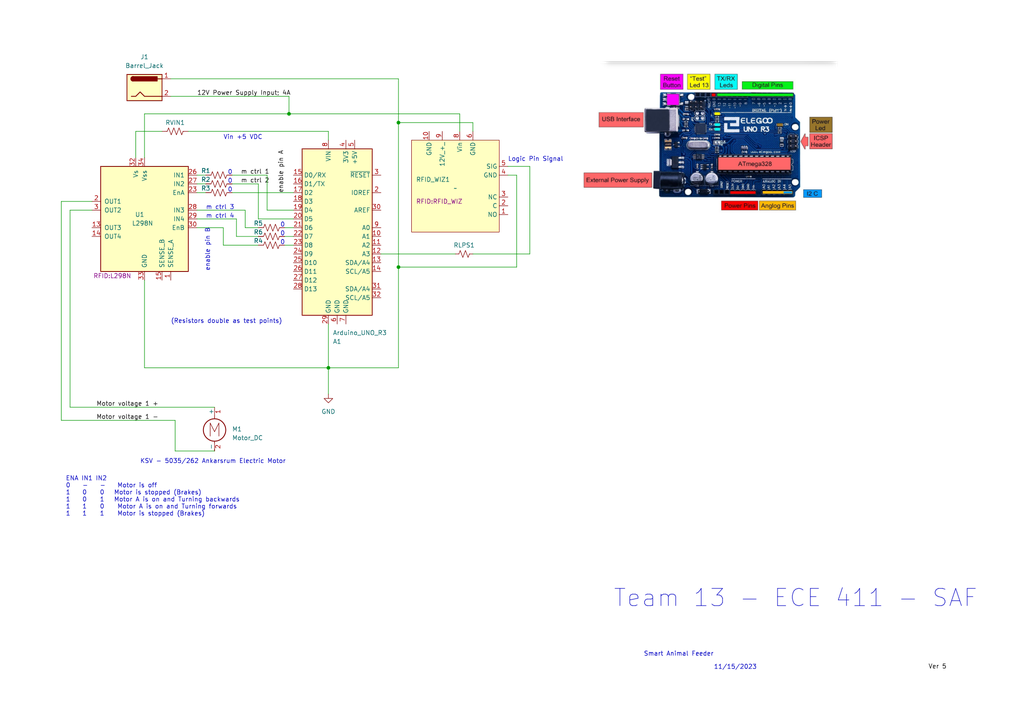
<source format=kicad_sch>
(kicad_sch (version 20230121) (generator eeschema)
  (paper "A4")
  (lib_symbols
    (symbol "Connector:Barrel_Jack" (pin_names (offset 1.016))
      (property "Reference" "J" (at 0 5.334 0))
      (property "Value" "Barrel_Jack" (at 0 -5.08 0))
      (symbol "Barrel_Jack_0_1"
        (rectangle (start -5.08 3.81) (end 5.08 -3.81) (stroke (width 0.254)) (fill (type background)))
        (arc (start -3.302 3.175) (mid -3.9343 2.54) (end -3.302 1.905) (stroke (width 0.254)))
        (arc (start -3.302 3.175) (mid -3.9343 2.54) (end -3.302 1.905) (stroke (width 0.254)) (fill (type outline)))
        (polyline (pts (xy 5.08 2.54) (xy 3.81 2.54)) (stroke (width 0.254)))
        (polyline (pts (xy -3.81 -2.54) (xy -2.54 -2.54) (xy -1.27 -1.27) (xy 0 -2.54) (xy 2.54 -2.54) (xy 5.08 -2.54)) (stroke (width 0.254)))
        (rectangle (start 3.683 3.175) (end -3.302 1.905) (stroke (width 0.254)) (fill (type outline)))
      )
      (symbol "Barrel_Jack_1_1"
        (pin passive line (at 7.62 2.54 180) (length 2.54) (name "~") (number "1"))
        (pin passive line (at 7.62 -2.54 180) (length 2.54) (name "~") (number "2"))
      )
    )
    (symbol "Device:R_Small_US" (pin_numbers hide) (pin_names (offset 0.254) hide)
      (property "Reference" "R" (at 0.762 0.508 0))
      (property "Value" "R_Small_US" (at 0.762 -1.016 0))
      (symbol "R_Small_US_1_1"
        (polyline (pts (xy 0 0) (xy 1.016 -0.381) (xy 0 -0.762) (xy -1.016 -1.143) (xy 0 -1.524)))
        (polyline (pts (xy 0 1.524) (xy 1.016 1.143) (xy 0 0.762) (xy -1.016 0.381) (xy 0 0)))
        (pin passive line (at 0 2.54 270) (length 1.016) (name "~") (number "1"))
        (pin passive line (at 0 -2.54 90) (length 1.016) (name "~") (number "2"))
      )
    )
    (symbol "Device:R_US" (pin_numbers hide) (pin_names (offset 0))
      (property "Reference" "R" (at 2.54 0 90))
      (property "Value" "R_US" (at -2.54 0 90))
      (symbol "R_US_0_1"
        (polyline (pts (xy 0 -2.286) (xy 0 -2.54)))
        (polyline (pts (xy 0 2.286) (xy 0 2.54)))
        (polyline (pts (xy 0 -0.762) (xy 1.016 -1.143) (xy 0 -1.524) (xy -1.016 -1.905) (xy 0 -2.286)))
        (polyline (pts (xy 0 0.762) (xy 1.016 0.381) (xy 0 0) (xy -1.016 -0.381) (xy 0 -0.762)))
        (polyline (pts (xy 0 2.286) (xy 1.016 1.905) (xy 0 1.524) (xy -1.016 1.143) (xy 0 0.762)))
      )
      (symbol "R_US_1_1"
        (pin passive line (at 0 3.81 270) (length 1.27) (name "~") (number "1"))
        (pin passive line (at 0 -3.81 90) (length 1.27) (name "~") (number "2"))
      )
    )
    (symbol "Driver_Motor:L298N" (pin_names (offset 1.016))
      (property "Reference" "U1" (at 0 1.27 0))
      (property "Value" "L298N" (at -2.54 -1.27 0))
      (property "Footprint" "RFID:L298N" (at 1.27 -16.51 0))
      (symbol "L298N_0_1"
        (rectangle (start -12.7 15.24) (end 12.7 -15.24) (stroke (width 0.254)) (fill (type background)))
      )
      (symbol "L298N_1_1"
        (pin power_in line (at -7.62 -17.78 90) (length 2.54) (name "SENSE_A") (number "1"))
        (pin output line (at 15.24 -2.54 180) (length 2.54) (name "OUT3") (number "13"))
        (pin output line (at 15.24 -5.08 180) (length 2.54) (name "OUT4") (number "14"))
        (pin power_in line (at -5.08 -17.78 90) (length 2.54) (name "SENSE_B") (number "15"))
        (pin output line (at 15.24 5.08 180) (length 2.54) (name "OUT1") (number "2"))
        (pin input line (at -15.24 7.62 0) (length 2.54) (name "EnA") (number "23"))
        (pin input line (at -15.24 12.7 0) (length 2.54) (name "IN1") (number "26"))
        (pin input line (at -15.24 10.16 0) (length 2.54) (name "IN2") (number "27"))
        (pin input line (at -15.24 2.54 0) (length 2.54) (name "IN3") (number "28"))
        (pin input line (at -15.24 0 0) (length 2.54) (name "IN4") (number "29"))
        (pin output line (at 15.24 2.54 180) (length 2.54) (name "OUT2") (number "3"))
        (pin input line (at -15.24 -2.54 0) (length 2.54) (name "EnB") (number "30"))
        (pin power_out line (at 2.54 17.78 270) (length 2.54) (name "Vs") (number "32"))
        (pin bidirectional line (at 0 -17.78 90) (length 2.54) (name "GND") (number "33"))
        (pin power_in line (at 0 17.78 270) (length 2.54) (name "Vss") (number "34"))
      )
    )
    (symbol "MCU_Module:Arduino_UNO_R3"
      (property "Reference" "A" (at -10.16 23.495 0))
      (property "Value" "Arduino_UNO_R3" (at 5.08 -26.67 0))
      (symbol "Arduino_UNO_R3_0_1"
        (rectangle (start -10.16 22.86) (end 10.16 -25.4) (stroke (width 0.254)) (fill (type background)))
      )
      (symbol "Arduino_UNO_R3_1_1"
        (pin no_connect line (at -10.16 -20.32 0) (length 2.54) hide (name "NC") (number "1"))
        (pin bidirectional line (at 12.7 -2.54 180) (length 2.54) (name "A1") (number "10"))
        (pin bidirectional line (at 12.7 -5.08 180) (length 2.54) (name "A2") (number "11"))
        (pin bidirectional line (at 12.7 -7.62 180) (length 2.54) (name "A3") (number "12"))
        (pin bidirectional line (at 12.7 -10.16 180) (length 2.54) (name "SDA/A4") (number "13"))
        (pin bidirectional line (at 12.7 -12.7 180) (length 2.54) (name "SCL/A5") (number "14"))
        (pin bidirectional line (at -12.7 15.24 0) (length 2.54) (name "D0/RX") (number "15"))
        (pin bidirectional line (at -12.7 12.7 0) (length 2.54) (name "D1/TX") (number "16"))
        (pin bidirectional line (at -12.7 10.16 0) (length 2.54) (name "D2") (number "17"))
        (pin bidirectional line (at -12.7 7.62 0) (length 2.54) (name "D3") (number "18"))
        (pin bidirectional line (at -12.7 5.08 0) (length 2.54) (name "D4") (number "19"))
        (pin output line (at 12.7 10.16 180) (length 2.54) (name "IOREF") (number "2"))
        (pin bidirectional line (at -12.7 2.54 0) (length 2.54) (name "D5") (number "20"))
        (pin bidirectional line (at -12.7 0 0) (length 2.54) (name "D6") (number "21"))
        (pin bidirectional line (at -12.7 -2.54 0) (length 2.54) (name "D7") (number "22"))
        (pin bidirectional line (at -12.7 -5.08 0) (length 2.54) (name "D8") (number "23"))
        (pin bidirectional line (at -12.7 -7.62 0) (length 2.54) (name "D9") (number "24"))
        (pin bidirectional line (at -12.7 -10.16 0) (length 2.54) (name "D10") (number "25"))
        (pin bidirectional line (at -12.7 -12.7 0) (length 2.54) (name "D11") (number "26"))
        (pin bidirectional line (at -12.7 -15.24 0) (length 2.54) (name "D12") (number "27"))
        (pin bidirectional line (at -12.7 -17.78 0) (length 2.54) (name "D13") (number "28"))
        (pin power_in line (at -2.54 -27.94 90) (length 2.54) (name "GND") (number "29"))
        (pin input line (at 12.7 15.24 180) (length 2.54) (name "~{RESET}") (number "3"))
        (pin input line (at 12.7 5.08 180) (length 2.54) (name "AREF") (number "30"))
        (pin bidirectional line (at 12.7 -17.78 180) (length 2.54) (name "SDA/A4") (number "31"))
        (pin bidirectional line (at 12.7 -20.32 180) (length 2.54) (name "SCL/A5") (number "32"))
        (pin power_out line (at 2.54 25.4 270) (length 2.54) (name "3V3") (number "4"))
        (pin power_out line (at 5.08 25.4 270) (length 2.54) (name "+5V") (number "5"))
        (pin power_in line (at 0 -27.94 90) (length 2.54) (name "GND") (number "6"))
        (pin power_in line (at 2.54 -27.94 90) (length 2.54) (name "GND") (number "7"))
        (pin power_in line (at -2.54 25.4 270) (length 2.54) (name "VIN") (number "8"))
        (pin bidirectional line (at 12.7 0 180) (length 2.54) (name "A0") (number "9"))
      )
    )
    (symbol "Motor:Motor_DC" (pin_names (offset 0))
      (property "Reference" "M" (at 2.54 2.54 0))
      (property "Value" "Motor_DC" (at 2.54 -5.08 0))
      (symbol "Motor_DC_0_0"
        (polyline (pts (xy -1.27 -3.302) (xy -1.27 0.508) (xy 0 -2.032) (xy 1.27 0.508) (xy 1.27 -3.302)))
      )
      (symbol "Motor_DC_0_1"
        (circle (center 0 -1.524) (radius 3.2512) (stroke (width 0.254)))
        (polyline (pts (xy 0 -7.62) (xy 0 -7.112)))
        (polyline (pts (xy 0 -4.7752) (xy 0 -5.1816)))
        (polyline (pts (xy 0 1.7272) (xy 0 2.0828)))
        (polyline (pts (xy 0 2.032) (xy 0 2.54)))
      )
      (symbol "Motor_DC_1_1"
        (pin passive line (at 0 5.08 270) (length 2.54) (name "+") (number "1"))
        (pin passive line (at 0 -7.62 90) (length 2.54) (name "-") (number "2"))
      )
    )
    (symbol "RFID_WIZ:RFID_WIZ"
      (property "Reference" "RFID_WIZ1" (at -11.43 2.54 0))
      (property "Value" "~" (at 0 0 0))
      (property "Footprint" "RFID:RFID_WIZ" (at -11.43 -3.81 0))
      (symbol "RFID_WIZ_1_1"
        (rectangle (start -12.7 13.97) (end 12.7 -12.7) (fill (type background)))
        (pin output line (at 15.24 -7.62 180) (length 2.54) (name "NO") (number "1"))
        (pin bidirectional line (at -7.62 16.51 270) (length 2.54) (name "GND") (number "10"))
        (pin output line (at 15.24 -5.08 180) (length 2.54) (name "C") (number "2"))
        (pin output line (at 15.24 -2.54 180) (length 2.54) (name "NC") (number "3"))
        (pin bidirectional line (at 15.24 3.81 180) (length 2.54) (name "GND") (number "4"))
        (pin output line (at 15.24 6.35 180) (length 2.54) (name "SIG") (number "5"))
        (pin output line (at 5.08 16.51 270) (length 2.54) (name "GND") (number "6"))
        (pin power_out line (at 1.27 16.51 270) (length 2.54) (name "Vin") (number "8"))
        (pin power_in line (at -3.81 16.51 270) (length 2.54) (name "12V_+_") (number "9"))
      )
    )
    (symbol "power:GND" (power) (pin_names (offset 0))
      (property "Value" "GND" (at 0 -3.81 0))
      (symbol "GND_0_1"
        (polyline (pts (xy 0 0) (xy 0 -1.27) (xy 1.27 -1.27) (xy 0 -2.54) (xy -1.27 -1.27) (xy 0 -1.27)))
      )
      (symbol "GND_1_1"
        (pin power_in line (at 0 0 270) (length 0) hide (name "GND") (number "1"))
      )
    )
  )
  (junction (at 115.57 35.56))
  (junction (at 83.82 33.02))
  (junction (at 95.25 106.68))
  (junction (at 115.57 77.47))
  (wire (pts (xy 67.31 53.34) (xy 74.93 53.34)))
  (wire (pts (xy 149.86 50.8) (xy 149.86 77.47)))
  (wire (pts (xy 39.37 38.1) (xy 46.99 38.1)))
  (wire (pts (xy 57.15 55.88) (xy 59.69 55.88)))
  (wire (pts (xy 39.37 45.72) (xy 39.37 38.1)))
  (wire (pts (xy 17.78 58.42) (xy 17.78 121.92)))
  (wire (pts (xy 149.86 77.47) (xy 115.57 77.47)))
  (wire (pts (xy 77.47 60.96) (xy 85.09 60.96)))
  (wire (pts (xy 82.55 66.04) (xy 85.09 66.04)))
  (wire (pts (xy 71.12 66.04) (xy 71.12 60.96)))
  (wire (pts (xy 41.91 81.28) (xy 41.91 106.68)))
  (wire (pts (xy 115.57 77.47) (xy 115.57 106.68)))
  (wire (pts (xy 20.32 118.11) (xy 62.23 118.11)))
  (wire (pts (xy 95.25 38.1) (xy 95.25 40.64)))
  (wire (pts (xy 64.77 66.04) (xy 57.15 66.04)))
  (wire (pts (xy 153.67 48.26) (xy 153.67 73.66)))
  (wire (pts (xy 49.53 27.94) (xy 83.82 27.94)))
  (wire (pts (xy 147.32 48.26) (xy 153.67 48.26)))
  (wire (pts (xy 83.82 33.02) (xy 133.35 33.02)))
  (wire (pts (xy 74.93 71.12) (xy 64.77 71.12)))
  (wire (pts (xy 95.25 106.68) (xy 95.25 114.3)))
  (wire (pts (xy 82.55 68.58) (xy 85.09 68.58)))
  (wire (pts (xy 115.57 106.68) (xy 95.25 106.68)))
  (wire (pts (xy 68.58 68.58) (xy 68.58 63.5)))
  (wire (pts (xy 57.15 53.34) (xy 59.69 53.34)))
  (wire (pts (xy 57.15 50.8) (xy 59.69 50.8)))
  (wire (pts (xy 41.91 33.02) (xy 83.82 33.02)))
  (wire (pts (xy 41.91 45.72) (xy 41.91 33.02)))
  (wire (pts (xy 41.91 106.68) (xy 95.25 106.68)))
  (wire (pts (xy 17.78 121.92) (xy 50.8 121.92)))
  (wire (pts (xy 67.31 50.8) (xy 77.47 50.8)))
  (wire (pts (xy 54.61 38.1) (xy 95.25 38.1)))
  (wire (pts (xy 26.67 60.96) (xy 20.32 60.96)))
  (wire (pts (xy 74.93 66.04) (xy 71.12 66.04)))
  (wire (pts (xy 49.53 22.86) (xy 115.57 22.86)))
  (wire (pts (xy 82.55 71.12) (xy 85.09 71.12)))
  (wire (pts (xy 67.31 55.88) (xy 85.09 55.88)))
  (wire (pts (xy 77.47 50.8) (xy 77.47 60.96)))
  (wire (pts (xy 137.16 73.66) (xy 153.67 73.66)))
  (wire (pts (xy 74.93 68.58) (xy 68.58 68.58)))
  (wire (pts (xy 26.67 58.42) (xy 17.78 58.42)))
  (wire (pts (xy 68.58 63.5) (xy 57.15 63.5)))
  (wire (pts (xy 137.16 35.56) (xy 115.57 35.56)))
  (wire (pts (xy 110.49 73.66) (xy 132.08 73.66)))
  (wire (pts (xy 95.25 93.98) (xy 95.25 106.68)))
  (wire (pts (xy 83.82 27.94) (xy 83.82 33.02)))
  (wire (pts (xy 147.32 50.8) (xy 149.86 50.8)))
  (wire (pts (xy 74.93 63.5) (xy 85.09 63.5)))
  (wire (pts (xy 71.12 60.96) (xy 57.15 60.96)))
  (wire (pts (xy 50.8 121.92) (xy 50.8 130.81)))
  (wire (pts (xy 115.57 35.56) (xy 115.57 77.47)))
  (wire (pts (xy 74.93 53.34) (xy 74.93 63.5)))
  (wire (pts (xy 50.8 130.81) (xy 62.23 130.81)))
  (wire (pts (xy 115.57 22.86) (xy 115.57 35.56)))
  (wire (pts (xy 137.16 38.1) (xy 137.16 35.56)))
  (wire (pts (xy 64.77 71.12) (xy 64.77 66.04)))
  (wire (pts (xy 133.35 33.02) (xy 133.35 38.1)))
  (wire (pts (xy 20.32 60.96) (xy 20.32 118.11)))
  (image (at 205.74 40.64) (scale 1.38461))
  (text "(Resistors double as test points)" (at 49.53 93.98 0) (effects (font (size 1.27 1.27)) (justify left bottom)))
  (text "m ctrl 3" (at 59.69 60.96 0) (effects (font (size 1.27 1.27)) (justify left bottom)))
  (text "Logic Pin Signal\n" (at 147.32 46.99 0) (effects (font (size 1.27 1.27)) (justify left bottom)))
  (text "0" (at 66.04 50.8 0) (effects (font (size 1.27 1.27)) (justify left bottom)))
  (text "Smart Animal Feeder" (at 186.69 190.5 0) (effects (font (size 1.27 1.27)) (justify left bottom)))
  (text "0" (at 81.28 71.12 0) (effects (font (size 1.27 1.27)) (justify left bottom)))
  (text "KSV - 5035/262 Ankarsrum Electric Motor\n" (at 40.64 134.62 0) (effects (font (size 1.27 1.27)) (justify left bottom)))
  (text "Vin +5 VDC\n" (at 64.77 40.64 0) (effects (font (size 1.27 1.27)) (justify left bottom)))
  (text "enable pin B\n" (at 60.96 78.74 90) (effects (font (size 1.27 1.27)) (justify left bottom)))
  (text "ENA IN1 IN2 \n0	- 	-	Motor is off\n1	0	0   Motor is stopped (Brakes)\n1	0	1   Motor A is on and Turning backwards\n1	1	0	Motor A is on and Turning forwards\n1	1	1	Motor is stopped (Brakes)" (at 19.05 149.86 0) (effects (font (size 1.27 1.27)) (justify left bottom)))
  (text "0" (at 66.04 53.34 0) (effects (font (size 1.27 1.27)) (justify left bottom)))
  (text "11/15/2023\n" (at 207.01 194.31 0) (effects (font (size 1.27 1.27)) (justify left bottom)))
  (text "Team 13 - ECE 411 - SAF " (at 177.8 176.53 0) (effects (font (size 5 5)) (justify left bottom)))
  (text "0" (at 81.28 68.58 0) (effects (font (size 1.27 1.27)) (justify left bottom)))
  (text "0" (at 81.28 66.04 0) (effects (font (size 1.27 1.27)) (justify left bottom)))
  (text "0" (at 66.04 55.88 0) (effects (font (size 1.27 1.27)) (justify left bottom)))
  (text "m ctrl 4\n" (at 59.69 63.5 0) (effects (font (size 1.27 1.27)) (justify left bottom)))
  (label "m ctrl 2" (at 69.85 53.34 0))
  (label "enable pin A" (at 82.55 55.88 90))
  (label "m ctrl 1" (at 69.85 50.8 0))
  (label "Motor voltage 1 +" (at 27.94 118.11 0))
  (label "Ver 5" (at 269.24 194.31 0))
  (label "Motor voltage 1 -" (at 27.94 121.92 0))
  (label "12V Power Supply Input; 4A" (at 57.15 27.94 0))
  (symbol (lib_id "MCU_Module:Arduino_UNO_R3") (at 97.79 66.04 0) (unit 1)
    (property "Reference" "A1" (at 96.52 99.06 0) (effects (justify left)))
    (property "Value" "Arduino_UNO_R3" (at 96.52 96.52 0) (effects (justify left)))
    (property "Footprint" "Module:Arduino_UNO_R3_WithMountingHoles" (effects hide))
    (property "Datasheet" "https://www.arduino.cc/en/Main/arduinoBoardUno" (effects hide))
  )
  (symbol (lib_id "Device:R_US") (at 50.8 38.1 270) (unit 1)
    (property "Reference" "RVIN1" (at 50.8 35.56 90))
    (property "Value" "R_US" (effects hide))
    (property "Footprint" "Resistor_SMD:R_0603_1608Metric" (effects hide))
  )
  (symbol (lib_id "Device:R_US") (at 78.74 71.12 270) (unit 1)
    (property "Reference" "R4" (at 74.93 69.85 90))
    (property "Value" "R_US" (effects hide))
    (property "Footprint" "Resistor_SMD:R_0402_1005Metric" (effects hide))
  )
  (symbol (lib_id "Device:R_US") (at 63.5 53.34 270) (unit 1)
    (property "Reference" "R2" (at 59.69 52.07 90))
    (property "Value" "R_US" (effects hide))
    (property "Footprint" "Resistor_SMD:R_0402_1005Metric" (effects hide))
  )
  (symbol (lib_id "Device:R_US") (at 63.5 55.88 270) (unit 1)
    (property "Reference" "R3" (at 59.69 54.61 90))
    (property "Value" "R_US" (effects hide))
    (property "Footprint" "Resistor_SMD:R_0402_1005Metric" (effects hide))
  )
  (symbol (lib_id "Device:R_Small_US") (at 134.62 73.66 270) (unit 1)
    (property "Reference" "RLPS1" (at 134.62 71.12 90))
    (property "Value" "R_Small_US" (effects hide))
    (property "Footprint" "Resistor_SMD:R_0402_1005Metric" (effects hide))
  )
  (symbol (lib_id "Device:R_US") (at 78.74 66.04 270) (unit 1)
    (property "Reference" "R5" (at 74.93 64.77 90))
    (property "Value" "R_US" (effects hide))
    (property "Footprint" "Resistor_SMD:R_0402_1005Metric" (effects hide))
  )
  (symbol (lib_id "Device:R_US") (at 78.74 68.58 270) (unit 1)
    (property "Reference" "R6" (at 74.93 67.31 90))
    (property "Value" "R_US" (effects hide))
    (property "Footprint" "Resistor_SMD:R_0402_1005Metric" (effects hide))
  )
  (symbol (lib_id "Motor:Motor_DC") (at 62.23 123.19 0) (unit 1)
    (property "Reference" "M1" (at 67.31 124.46 0) (effects (justify left)))
    (property "Value" "Motor_DC" (at 67.31 127 0) (effects (justify left)))
  )
  (symbol (lib_id "Driver_Motor:L298N") (at 41.91 63.5 0) (mirror y) (unit 1)
    (property "Reference" "U1" (at 41.91 62.23 0) (effects (justify left)))
    (property "Value" "L298N" (at 44.45 64.77 0) (effects (justify left)))
    (property "Footprint" "RFID:L298N" (at 38.1 80.01 0) (effects (justify left)))
    (property "Datasheet" "http://www.st.com/st-web-ui/static/active/en/resource/technical/document/datasheet/CD00000240.pdf" (effects hide))
  )
  (symbol (lib_id "RFID_WIZ:RFID_WIZ") (at 132.08 54.61 0) (unit 1)
    (property "Reference" "RFID_WIZ1" (at 120.65 52.07 0) (effects (justify left)))
    (property "Value" "~" (at 132.08 54.61 0))
    (property "Footprint" "RFID:RFID_WIZ" (at 120.65 58.42 0) (effects (justify left)))
  )
  (symbol (lib_id "Device:R_US") (at 63.5 50.8 270) (unit 1)
    (property "Reference" "R1" (at 59.69 49.53 90))
    (property "Value" "R_US" (effects hide))
    (property "Footprint" "Resistor_SMD:R_0402_1005Metric" (effects hide))
  )
  (symbol (lib_id "Connector:Barrel_Jack") (at 41.91 25.4 0) (unit 1)
    (property "Reference" "J1" (at 41.91 16.51 0))
    (property "Value" "Barrel_Jack" (at 41.91 19.05 0))
    (property "Footprint" "Connector_BarrelJack:BarrelJack_GCT_DCJ200-10-A_Horizontal" (effects hide))
  )
  (symbol (lib_id "power:GND") (at 95.25 114.3 0) (unit 1)
    (property "Reference" "#PWR01" (effects hide))
    (property "Value" "GND" (at 95.25 119.38 0))
  )
)
</source>
